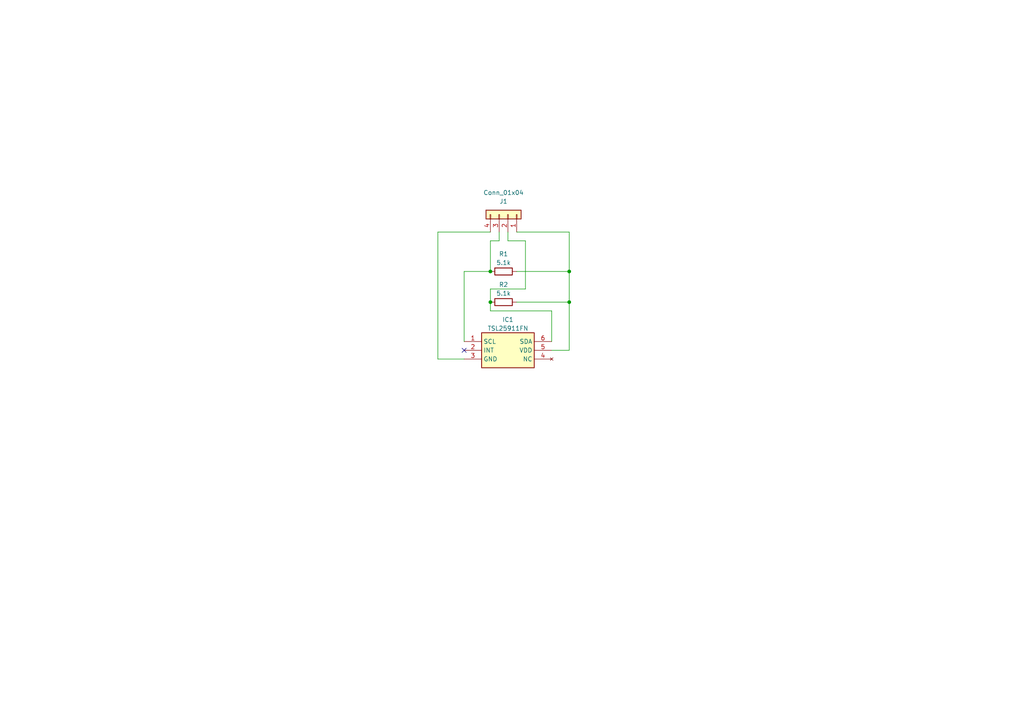
<source format=kicad_sch>
(kicad_sch (version 20230121) (generator eeschema)
  (paper "A4")
  (title_block (title "TSL2591") (date "2023-12-19") (rev "3") (company "AU/AUD"))
  (lib_symbols
    (symbol "Connector_Generic:Conn_01x04" (pin_names (offset 1.016) hide)
      (property "Reference" "J" (at 0 5.08 0))
      (property "Value" "Conn_01x04" (at 0 -7.62 0))
      (symbol "Conn_01x04_1_1"
        (rectangle (start -1.27 -4.953) (end 0 -5.207) (stroke (width 0.1524)))
        (rectangle (start -1.27 -2.413) (end 0 -2.667) (stroke (width 0.1524)))
        (rectangle (start -1.27 0.127) (end 0 -0.127) (stroke (width 0.1524)))
        (rectangle (start -1.27 2.667) (end 0 2.413) (stroke (width 0.1524)))
        (rectangle (start -1.27 3.81) (end 1.27 -6.35) (stroke (width 0.254)) (fill (type background)))
        (pin passive line (at -5.08 2.54 0) (length 3.81) (name "Pin_1") (number "1"))
        (pin passive line (at -5.08 0 0) (length 3.81) (name "Pin_2") (number "2"))
        (pin passive line (at -5.08 -2.54 0) (length 3.81) (name "Pin_3") (number "3"))
        (pin passive line (at -5.08 -5.08 0) (length 3.81) (name "Pin_4") (number "4"))
      )
    )
    (symbol "Device:R" (pin_numbers hide) (pin_names (offset 0))
      (property "Reference" "R" (at 2.032 0 90))
      (property "Value" "R" (at 0 0 90))
      (symbol "R_0_1"
        (rectangle (start -1.016 -2.54) (end 1.016 2.54) (stroke (width 0.254)))
      )
      (symbol "R_1_1"
        (pin passive line (at 0 3.81 270) (length 1.27) (name "~") (number "1"))
        (pin passive line (at 0 -3.81 90) (length 1.27) (name "~") (number "2"))
      )
    )
    (symbol "project:TSL25911FN"
      (property "Reference" "IC" (at 21.59 7.62 0))
      (property "Value" "TSL25911FN" (at 21.59 5.08 0))
      (symbol "TSL25911FN_1_1"
        (rectangle (start 5.08 2.54) (end 20.32 -7.62) (stroke (width 0.254)) (fill (type background)))
        (pin passive line (at 0 0 0) (length 5.08) (name "SCL") (number "1"))
        (pin passive line (at 0 -2.54 0) (length 5.08) (name "INT") (number "2"))
        (pin passive line (at 0 -5.08 0) (length 5.08) (name "GND") (number "3"))
        (pin no_connect line (at 25.4 -5.08 180) (length 5.08) (name "NC") (number "4"))
        (pin passive line (at 25.4 -2.54 180) (length 5.08) (name "VDD") (number "5"))
        (pin passive line (at 25.4 0 180) (length 5.08) (name "SDA") (number "6"))
      )
    )
  )
  (junction (at 165.1 78.74))
  (junction (at 142.24 78.74))
  (junction (at 142.24 87.63))
  (junction (at 165.1 87.63))
  (no_connect (at 134.62 101.6))
  (wire (pts (xy 152.4 69.85) (xy 152.4 83.82)))
  (wire (pts (xy 142.24 69.85) (xy 142.24 78.74)))
  (wire (pts (xy 165.1 87.63) (xy 165.1 101.6)))
  (wire (pts (xy 160.02 99.06) (xy 160.02 90.17)))
  (wire (pts (xy 147.32 67.31) (xy 147.32 69.85)))
  (wire (pts (xy 165.1 101.6) (xy 160.02 101.6)))
  (wire (pts (xy 149.86 67.31) (xy 165.1 67.31)))
  (wire (pts (xy 142.24 67.31) (xy 127 67.31)))
  (wire (pts (xy 165.1 67.31) (xy 165.1 78.74)))
  (wire (pts (xy 144.78 69.85) (xy 142.24 69.85)))
  (wire (pts (xy 134.62 99.06) (xy 134.62 78.74)))
  (wire (pts (xy 160.02 90.17) (xy 142.24 90.17)))
  (wire (pts (xy 152.4 83.82) (xy 142.24 83.82)))
  (wire (pts (xy 127 104.14) (xy 134.62 104.14)))
  (wire (pts (xy 149.86 87.63) (xy 165.1 87.63)))
  (wire (pts (xy 147.32 69.85) (xy 152.4 69.85)))
  (wire (pts (xy 142.24 83.82) (xy 142.24 87.63)))
  (wire (pts (xy 127 67.31) (xy 127 104.14)))
  (wire (pts (xy 144.78 67.31) (xy 144.78 69.85)))
  (wire (pts (xy 142.24 90.17) (xy 142.24 87.63)))
  (wire (pts (xy 165.1 78.74) (xy 165.1 87.63)))
  (wire (pts (xy 134.62 78.74) (xy 142.24 78.74)))
  (wire (pts (xy 149.86 78.74) (xy 165.1 78.74)))
  (symbol (lib_id "project:TSL25911FN") (at 134.62 99.06 0) (unit 1)
    (property "Reference" "IC1" (at 147.32 92.71 0))
    (property "Value" "TSL25911FN" (at 147.32 95.25 0))
    (property "Footprint" "projectlib:TSL25911FN" (effects hide))
    (property "Datasheet" "http://ams.com/documents/20143/36005/TSL2591_DS000338_6-00.pdf" (effects hide))
    (property "Height" "0" (effects hide))
    (property "Mouser Part Number" "985-TSL25911FN" (effects hide))
    (property "Mouser Price/Stock" "https://www.mouser.co.uk/ProductDetail/ams/TSL25911FN?qs=6irNfxKJ9AaiNMbaQmyIug%3D%3D" (effects hide))
    (property "Manufacturer_Name" "ams" (effects hide))
    (property "Manufacturer_Part_Number" "TSL25911FN" (effects hide))
  )
  (symbol (lib_id "Device:R") (at 146.05 78.74 90) (unit 1)
    (property "Reference" "R1" (at 146.05 73.66 90))
    (property "Value" "5.1k" (at 146.05 76.2 90))
    (property "Footprint" "Resistor_THT:R_Axial_DIN0204_L3.6mm_D1.6mm_P5.08mm_Horizontal" (effects hide))
  )
  (symbol (lib_id "Connector_Generic:Conn_01x04") (at 147.32 62.23 270) (mirror x) (unit 1)
    (property "Reference" "J1" (at 146.05 58.42 90))
    (property "Value" "Conn_01x04" (at 146.05 55.88 90))
    (property "Footprint" "Connector_JST:JST_PH_S4B-PH-K_1x04_P2.00mm_Horizontal" (effects hide))
  )
  (symbol (lib_id "Device:R") (at 146.05 87.63 90) (unit 1)
    (property "Reference" "R2" (at 146.05 82.55 90))
    (property "Value" "5.1k" (at 146.05 85.09 90))
    (property "Footprint" "Resistor_THT:R_Axial_DIN0204_L3.6mm_D1.6mm_P5.08mm_Horizontal" (effects hide))
  )
)
</source>
